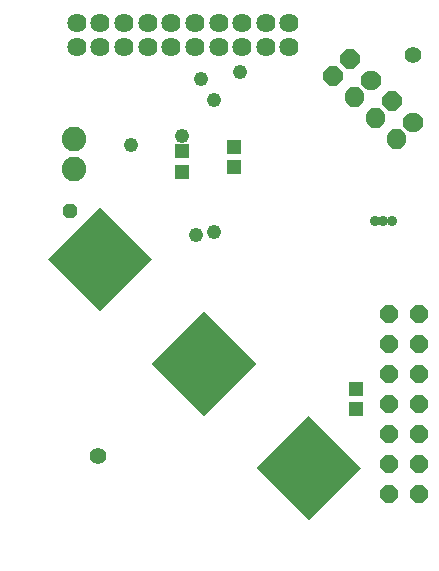
<source format=gbs>
G75*
G70*
%OFA0B0*%
%FSLAX24Y24*%
%IPPOS*%
%LPD*%
%AMOC8*
5,1,8,0,0,1.08239X$1,22.5*
%
%ADD10C,0.0560*%
%ADD11C,0.0131*%
%ADD12OC8,0.0595*%
%ADD13R,0.0513X0.0474*%
%ADD14R,0.2470X0.2470*%
%ADD15C,0.0820*%
%ADD16C,0.0640*%
%ADD17C,0.0480*%
%ADD18C,0.0360*%
%ADD19OC8,0.0476*%
D10*
X003717Y004197D03*
X014207Y017547D03*
D11*
X012785Y016899D02*
X012719Y016965D01*
X012935Y016965D01*
X013087Y016813D01*
X013087Y016597D01*
X012935Y016445D01*
X012719Y016445D01*
X012567Y016597D01*
X012567Y016813D01*
X012719Y016965D01*
X012760Y016867D01*
X012894Y016867D01*
X012989Y016772D01*
X012989Y016638D01*
X012894Y016543D01*
X012760Y016543D01*
X012665Y016638D01*
X012665Y016772D01*
X012760Y016867D01*
X012801Y016770D01*
X012853Y016770D01*
X012892Y016731D01*
X012892Y016679D01*
X012853Y016640D01*
X012801Y016640D01*
X012762Y016679D01*
X012762Y016731D01*
X012801Y016770D01*
X012228Y016342D02*
X012162Y016408D01*
X012378Y016408D01*
X012530Y016256D01*
X012530Y016040D01*
X012378Y015888D01*
X012162Y015888D01*
X012010Y016040D01*
X012010Y016256D01*
X012162Y016408D01*
X012203Y016310D01*
X012337Y016310D01*
X012432Y016215D01*
X012432Y016081D01*
X012337Y015986D01*
X012203Y015986D01*
X012108Y016081D01*
X012108Y016215D01*
X012203Y016310D01*
X012244Y016213D01*
X012296Y016213D01*
X012335Y016174D01*
X012335Y016122D01*
X012296Y016083D01*
X012244Y016083D01*
X012205Y016122D01*
X012205Y016174D01*
X012244Y016213D01*
X012924Y015646D02*
X012858Y015712D01*
X013074Y015712D01*
X013226Y015560D01*
X013226Y015344D01*
X013074Y015192D01*
X012858Y015192D01*
X012706Y015344D01*
X012706Y015560D01*
X012858Y015712D01*
X012899Y015614D01*
X013033Y015614D01*
X013128Y015519D01*
X013128Y015385D01*
X013033Y015290D01*
X012899Y015290D01*
X012804Y015385D01*
X012804Y015519D01*
X012899Y015614D01*
X012940Y015517D01*
X012992Y015517D01*
X013031Y015478D01*
X013031Y015426D01*
X012992Y015387D01*
X012940Y015387D01*
X012901Y015426D01*
X012901Y015478D01*
X012940Y015517D01*
X013481Y016203D02*
X013415Y016269D01*
X013631Y016269D01*
X013783Y016117D01*
X013783Y015901D01*
X013631Y015749D01*
X013415Y015749D01*
X013263Y015901D01*
X013263Y016117D01*
X013415Y016269D01*
X013456Y016171D01*
X013590Y016171D01*
X013685Y016076D01*
X013685Y015942D01*
X013590Y015847D01*
X013456Y015847D01*
X013361Y015942D01*
X013361Y016076D01*
X013456Y016171D01*
X013497Y016074D01*
X013549Y016074D01*
X013588Y016035D01*
X013588Y015983D01*
X013549Y015944D01*
X013497Y015944D01*
X013458Y015983D01*
X013458Y016035D01*
X013497Y016074D01*
X014188Y015495D02*
X014122Y015561D01*
X014338Y015561D01*
X014490Y015409D01*
X014490Y015193D01*
X014338Y015041D01*
X014122Y015041D01*
X013970Y015193D01*
X013970Y015409D01*
X014122Y015561D01*
X014163Y015463D01*
X014297Y015463D01*
X014392Y015368D01*
X014392Y015234D01*
X014297Y015139D01*
X014163Y015139D01*
X014068Y015234D01*
X014068Y015368D01*
X014163Y015463D01*
X014204Y015366D01*
X014256Y015366D01*
X014295Y015327D01*
X014295Y015275D01*
X014256Y015236D01*
X014204Y015236D01*
X014165Y015275D01*
X014165Y015327D01*
X014204Y015366D01*
X013631Y014939D02*
X013565Y015005D01*
X013781Y015005D01*
X013933Y014853D01*
X013933Y014637D01*
X013781Y014485D01*
X013565Y014485D01*
X013413Y014637D01*
X013413Y014853D01*
X013565Y015005D01*
X013606Y014907D01*
X013740Y014907D01*
X013835Y014812D01*
X013835Y014678D01*
X013740Y014583D01*
X013606Y014583D01*
X013511Y014678D01*
X013511Y014812D01*
X013606Y014907D01*
X013647Y014810D01*
X013699Y014810D01*
X013738Y014771D01*
X013738Y014719D01*
X013699Y014680D01*
X013647Y014680D01*
X013608Y014719D01*
X013608Y014771D01*
X013647Y014810D01*
X012078Y017606D02*
X012012Y017672D01*
X012228Y017672D01*
X012380Y017520D01*
X012380Y017304D01*
X012228Y017152D01*
X012012Y017152D01*
X011860Y017304D01*
X011860Y017520D01*
X012012Y017672D01*
X012053Y017574D01*
X012187Y017574D01*
X012282Y017479D01*
X012282Y017345D01*
X012187Y017250D01*
X012053Y017250D01*
X011958Y017345D01*
X011958Y017479D01*
X012053Y017574D01*
X012094Y017477D01*
X012146Y017477D01*
X012185Y017438D01*
X012185Y017386D01*
X012146Y017347D01*
X012094Y017347D01*
X012055Y017386D01*
X012055Y017438D01*
X012094Y017477D01*
X011521Y017049D02*
X011455Y017115D01*
X011671Y017115D01*
X011823Y016963D01*
X011823Y016747D01*
X011671Y016595D01*
X011455Y016595D01*
X011303Y016747D01*
X011303Y016963D01*
X011455Y017115D01*
X011496Y017017D01*
X011630Y017017D01*
X011725Y016922D01*
X011725Y016788D01*
X011630Y016693D01*
X011496Y016693D01*
X011401Y016788D01*
X011401Y016922D01*
X011496Y017017D01*
X011537Y016920D01*
X011589Y016920D01*
X011628Y016881D01*
X011628Y016829D01*
X011589Y016790D01*
X011537Y016790D01*
X011498Y016829D01*
X011498Y016881D01*
X011537Y016920D01*
D12*
X013429Y008912D03*
X013429Y007912D03*
X013429Y006912D03*
X013429Y005912D03*
X013429Y004912D03*
X013429Y003912D03*
X013429Y002912D03*
X014429Y002912D03*
X014429Y003912D03*
X014429Y004912D03*
X014429Y005912D03*
X014429Y006912D03*
X014429Y007912D03*
X014429Y008912D03*
D13*
X012337Y006421D03*
X012337Y005752D03*
X006515Y013667D03*
X006515Y014336D03*
X008269Y014476D03*
X008269Y013807D03*
D14*
G36*
X003785Y008999D02*
X002039Y010745D01*
X003785Y012491D01*
X005531Y010745D01*
X003785Y008999D01*
G37*
G36*
X007265Y005519D02*
X005519Y007265D01*
X007265Y009011D01*
X009011Y007265D01*
X007265Y005519D01*
G37*
G36*
X010745Y002039D02*
X008999Y003785D01*
X010745Y005531D01*
X012491Y003785D01*
X010745Y002039D01*
G37*
D15*
X002935Y013761D03*
X002935Y014761D03*
D16*
X003015Y017815D03*
X003015Y018603D03*
X003802Y018603D03*
X003802Y017815D03*
X004589Y017815D03*
X004589Y018603D03*
X005377Y018603D03*
X005377Y017815D03*
X006164Y017815D03*
X006164Y018603D03*
X006952Y018603D03*
X006952Y017815D03*
X007739Y017815D03*
X007739Y018603D03*
X008526Y018603D03*
X008526Y017815D03*
X009314Y017815D03*
X009314Y018603D03*
X010101Y018603D03*
X010101Y017815D03*
D17*
X008457Y016987D03*
X007597Y016037D03*
X007147Y016757D03*
X006527Y014847D03*
X004827Y014567D03*
X006977Y011537D03*
X007577Y011667D03*
D18*
X012957Y012027D03*
X013237Y012027D03*
X013517Y012027D03*
D19*
X002787Y012337D03*
M02*

</source>
